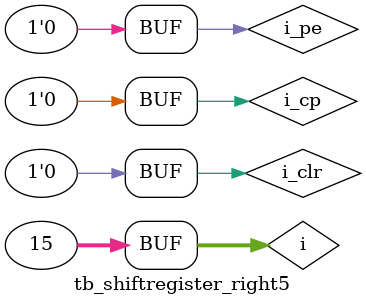
<source format=v>
module tb_shiftregister_right5;
reg i_cp;
reg i_clr;
reg i_pe;
wire [4:0] o_q;
wire [4:0] o_q_;
integer i;

initial begin
    i_cp = 1'b0;
    i_clr = 1'b1;
    i_pe = 1'b0;
    i = 0;
    
    #10;
    i_clr = 1'b0;
    
    for (i = 0; i < 4'hf; i = i + 1) begin
        if (i == 0) begin
            i_pe = 1'b1;
        end
        
        i_cp = 1'b1;
        
        #5;
        i_cp = 1'b0;
        i_pe = 1'b0;
        
        #5;
    end
end

shiftregister_right5 dut(
    .clockpulse(i_cp),
    .clear(i_clr),
    .serial_input(1'b0),
    .preset_enable(i_pe),
    .preset(5'b11000),
    .signal_q(o_q),
    .signal_q_(o_q_)
);

endmodule

</source>
